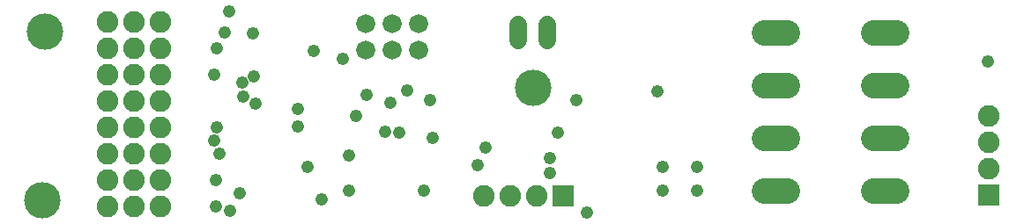
<source format=gbs>
G75*
G70*
%OFA0B0*%
%FSLAX24Y24*%
%IPPOS*%
%LPD*%
%AMOC8*
5,1,8,0,0,1.08239X$1,22.5*
%
%ADD10C,0.0720*%
%ADD11R,0.0820X0.0820*%
%ADD12C,0.0820*%
%ADD13C,0.0966*%
%ADD14C,0.1380*%
%ADD15C,0.0680*%
%ADD16C,0.0476*%
D10*
X013638Y007159D03*
X014638Y007159D03*
X015638Y007159D03*
X015638Y008159D03*
X014638Y008159D03*
X013638Y008159D03*
D11*
X021122Y001622D03*
X037230Y001680D03*
D12*
X003880Y001230D03*
X004880Y001230D03*
X005880Y001230D03*
X005880Y002230D03*
X004880Y002230D03*
X003880Y002230D03*
X003880Y003230D03*
X004880Y003230D03*
X005880Y003230D03*
X005880Y004230D03*
X004880Y004230D03*
X003880Y004230D03*
X003880Y005230D03*
X004880Y005230D03*
X005880Y005230D03*
X005880Y006230D03*
X004880Y006230D03*
X003880Y006230D03*
X003880Y007230D03*
X004880Y007230D03*
X005880Y007230D03*
X005880Y008230D03*
X004880Y008230D03*
X003880Y008230D03*
X018122Y001622D03*
X019122Y001622D03*
X020122Y001622D03*
X037230Y002680D03*
X037230Y003680D03*
X037230Y004680D03*
D13*
X033723Y003830D02*
X032837Y003830D01*
X029591Y003830D02*
X028705Y003830D01*
X028705Y001830D02*
X029591Y001830D01*
X032837Y001830D02*
X033723Y001830D01*
X033723Y005830D02*
X032837Y005830D01*
X029591Y005830D02*
X028705Y005830D01*
X028705Y007830D02*
X029591Y007830D01*
X032837Y007830D02*
X033723Y007830D01*
D14*
X019990Y005720D03*
X001530Y007880D03*
X001430Y001480D03*
D15*
X019430Y007530D02*
X019430Y008130D01*
X020530Y008130D02*
X020530Y007530D01*
D16*
X012780Y006830D03*
X011680Y007130D03*
X009390Y007800D03*
X008330Y007830D03*
X008030Y007230D03*
X007930Y006230D03*
X008970Y005940D03*
X009430Y006180D03*
X009010Y005400D03*
X009480Y005130D03*
X011070Y004930D03*
X013280Y004680D03*
X011070Y004270D03*
X008030Y004240D03*
X007930Y003730D03*
X008130Y003230D03*
X011460Y002750D03*
X013030Y003180D03*
X016180Y003830D03*
X014930Y004030D03*
X014380Y004080D03*
X018170Y003470D03*
X020610Y003080D03*
X020620Y002510D03*
X017890Y002800D03*
X015860Y001840D03*
X013030Y001830D03*
X011980Y001500D03*
X008880Y001730D03*
X007980Y001230D03*
X008530Y001080D03*
X007980Y002230D03*
X014580Y005180D03*
X013680Y005480D03*
X015230Y005630D03*
X016090Y005280D03*
X020920Y004050D03*
X021620Y005270D03*
X024690Y005590D03*
X024880Y002730D03*
X026180Y002730D03*
X026180Y001830D03*
X024880Y001830D03*
X022010Y001010D03*
X037180Y006730D03*
X008480Y008630D03*
M02*

</source>
